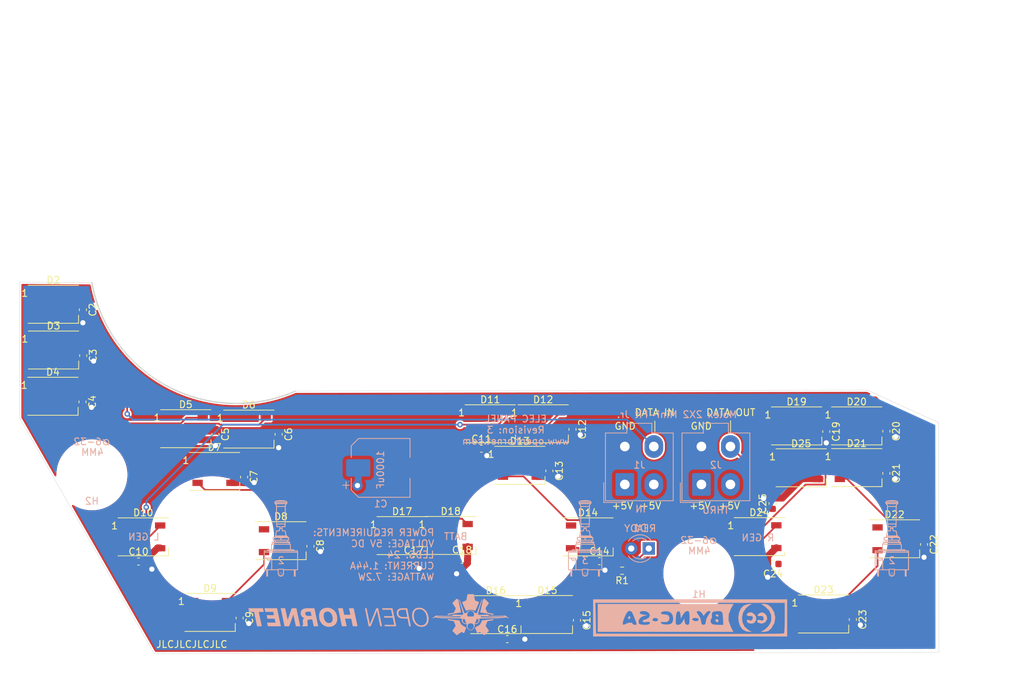
<source format=kicad_pcb>
(kicad_pcb (version 20211014) (generator pcbnew)
  (title_block (title "ELEC PANEL") (date "2023-02-10") (rev "3"))
  (layers (0 "F.Cu" signal) (31 "B.Cu" signal) (34 "B.Paste" user) (35 "F.Paste" user) (36 "B.SilkS" user "B.Silkscreen") (37 "F.SilkS" user "F.Silkscreen") (38 "B.Mask" user) (39 "F.Mask" user) (44 "Edge.Cuts" user))
  (net 0 "")
  (net 1 "/LEDGND")
  (net 2 "/LED+5V")
  (net 3 "Net-(D1-Pad1)")
  (net 4 "Net-(D2-Pad2)")
  (net 5 "/DATAIN")
  (net 6 "Net-(D3-Pad2)")
  (net 7 "Net-(D4-Pad2)")
  (net 8 "Net-(D5-Pad2)")
  (net 9 "Net-(D6-Pad2)")
  (net 10 "Net-(D7-Pad2)")
  (net 11 "Net-(D8-Pad2)")
  (net 12 "Net-(D10-Pad4)")
  (net 13 "Net-(D10-Pad2)")
  (net 14 "Net-(D11-Pad2)")
  (net 15 "Net-(D12-Pad2)")
  (net 16 "/DATAOUT1")
  (net 17 "Net-(D14-Pad2)")
  (net 18 "Net-(D15-Pad2)")
  (net 19 "Net-(D16-Pad2)")
  (net 20 "Net-(D17-Pad2)")
  (net 21 "Net-(D18-Pad2)")
  (net 22 "Net-(D19-Pad2)")
  (net 23 "Net-(D20-Pad2)")
  (net 24 "Net-(D21-Pad2)")
  (net 25 "Net-(D22-Pad2)")
  (net 26 "Net-(D23-Pad2)")
  (net 27 "Net-(D24-Pad2)")
  (net 28 "/DATAOUT")
  (footprint "OH_Footprints:LED_WS2812B_PLCC4_5.0x5.0mm_P3.2mm" (layer "F.Cu") (at 34.8234 101.067)
    (fp_text reference "D2")
    (fp_text value "WS2812B")
  )
  (footprint "OH_Footprints:LED_WS2812B_PLCC4_5.0x5.0mm_P3.2mm" (layer "F.Cu") (at 34.8488 107.696)
    (fp_text reference "D3")
    (fp_text value "WS2812B")
  )
  (footprint "OH_Footprints:LED_WS2812B_PLCC4_5.0x5.0mm_P3.2mm" (layer "F.Cu") (at 34.761 114.402)
    (fp_text reference "D4")
    (fp_text value "WS2812B")
  )
  (footprint "OH_Footprints:LED_WS2812B_PLCC4_5.0x5.0mm_P3.2mm" (layer "F.Cu") (at 54.0004 119.101)
    (fp_text reference "D5")
    (fp_text value "WS2812B")
  )
  (footprint "OH_Footprints:LED_WS2812B_PLCC4_5.0x5.0mm_P3.2mm" (layer "F.Cu") (at 63.1306 119.151)
    (fp_text reference "D6")
    (fp_text value "WS2812B")
  )
  (footprint "OH_Footprints:LED_WS2812B_PLCC4_5.0x5.0mm_P3.2mm" (layer "F.Cu") (at 58.166 125.298)
    (fp_text reference "D7")
    (fp_text value "WS2812B")
  )
  (footprint "OH_Footprints:LED_WS2812B_PLCC4_5.0x5.0mm_P3.2mm" (layer "F.Cu") (at 67.781 135.331)
    (fp_text reference "D8")
    (fp_text value "WS2812B")
  )
  (footprint "OH_Footprints:LED_WS2812B_PLCC4_5.0x5.0mm_P3.2mm" (layer "F.Cu") (at 57.5194 145.72)
    (fp_text reference "D9")
    (fp_text value "WS2812B")
  )
  (footprint "OH_Footprints:LED_WS2812B_PLCC4_5.0x5.0mm_P3.2mm" (layer "F.Cu") (at 47.842 134.772)
    (fp_text reference "D10")
    (fp_text value "WS2812B")
  )
  (footprint "OH_Footprints:LED_WS2812B_PLCC4_5.0x5.0mm_P3.2mm" (layer "F.Cu") (at 98.0948 118.389)
    (fp_text reference "D11")
    (fp_text value "WS2812B")
  )
  (footprint "OH_Footprints:LED_WS2812B_PLCC4_5.0x5.0mm_P3.2mm" (layer "F.Cu") (at 105.754 118.389)
    (fp_text reference "D12")
    (fp_text value "WS2812B")
  )
  (footprint "OH_Footprints:LED_WS2812B_PLCC4_5.0x5.0mm_P3.2mm" (layer "F.Cu") (at 102.376 124.409)
    (fp_text reference "D13")
    (fp_text value "WS2812B")
  )
  (footprint "OH_Footprints:LED_WS2812B_PLCC4_5.0x5.0mm_P3.2mm" (layer "F.Cu") (at 112.243 134.772)
    (fp_text reference "D14")
    (fp_text value "WS2812B")
  )
  (footprint "OH_Footprints:LED_WS2812B_PLCC4_5.0x5.0mm_P3.2mm" (layer "F.Cu") (at 106.364 146.024)
    (fp_text reference "D15")
    (fp_text value "WS2812B")
  )
  (footprint "OH_Footprints:LED_WS2812B_PLCC4_5.0x5.0mm_P3.2mm" (layer "F.Cu") (at 98.8938 146.05)
    (fp_text reference "D16")
    (fp_text value "WS2812B")
  )
  (footprint "OH_Footprints:LED_WS2812B_PLCC4_5.0x5.0mm_P3.2mm" (layer "F.Cu") (at 85.3302 134.594)
    (fp_text reference "D17")
    (fp_text value "WS2812B")
  )
  (footprint "OH_Footprints:LED_WS2812B_PLCC4_5.0x5.0mm_P3.2mm" (layer "F.Cu") (at 92.3682 134.569)
    (fp_text reference "D18")
    (fp_text value "WS2812B")
  )
  (footprint "OH_Footprints:LED_WS2812B_PLCC4_5.0x5.0mm_P3.2mm" (layer "F.Cu") (at 142.455 118.694)
    (fp_text reference "D19")
    (fp_text value "WS2812B")
  )
  (footprint "OH_Footprints:LED_WS2812B_PLCC4_5.0x5.0mm_P3.2mm" (layer "F.Cu") (at 151.155 118.694)
    (fp_text reference "D20")
    (fp_text value "WS2812B")
  )
  (footprint "OH_Footprints:LED_WS2812B_PLCC4_5.0x5.0mm_P3.2mm" (layer "F.Cu") (at 151.167 124.739)
    (fp_text reference "D21")
    (fp_text value "WS2812B")
  )
  (footprint "OH_Footprints:LED_WS2812B_PLCC4_5.0x5.0mm_P3.2mm" (layer "F.Cu") (at 156.63 135.052)
    (fp_text reference "D22")
    (fp_text value "WS2812B")
  )
  (footprint "OH_Footprints:LED_WS2812B_PLCC4_5.0x5.0mm_P3.2mm" (layer "F.Cu") (at 146.355 145.948)
    (fp_text reference "D23")
    (fp_text value "WS2812B")
  )
  (footprint "OH_Footprints:LED_WS2812B_PLCC4_5.0x5.0mm_P3.2mm" (layer "F.Cu") (at 137.072 134.747)
    (fp_text reference "D24")
    (fp_text value "WS2812B")
  )
  (footprint "OH_Footprints:LED_WS2812B_PLCC4_5.0x5.0mm_P3.2mm" (layer "F.Cu") (at 143.117 124.765)
    (fp_text reference "D25")
    (fp_text value "WS2812B")
  )
  (footprint "OH_Footprints:R_0603_1608Metric" (layer "F.Cu") (at 117.19 139.68 180)
    (fp_text reference "R1")
    (fp_text value "R")
  )
  (footprint "OH_Footprints:C_0603_1608Metric" (layer "F.Cu") (at 39.1 101.862 -90)
    (fp_text reference "C2")
    (fp_text value "C")
  )
  (footprint "OH_Footprints:C_0603_1608Metric" (layer "F.Cu") (at 39.15 108.512 -90)
    (fp_text reference "C3")
    (fp_text value "C")
  )
  (footprint "OH_Footprints:C_0603_1608Metric" (layer "F.Cu") (at 39.05 115.212 -90)
    (fp_text reference "C4")
    (fp_text value "C")
  )
  (footprint "OH_Footprints:C_0603_1608Metric" (layer "F.Cu") (at 58.3 119.912 -90)
    (fp_text reference "C5")
    (fp_text value "C")
  )
  (footprint "OH_Footprints:C_0603_1608Metric" (layer "F.Cu") (at 67.45 119.912 -90)
    (fp_text reference "C6")
    (fp_text value "C")
  )
  (footprint "OH_Footprints:C_0603_1608Metric" (layer "F.Cu") (at 62.45 126.112 -90)
    (fp_text reference "C7")
    (fp_text value "C")
  )
  (footprint "OH_Footprints:C_0603_1608Metric" (layer "F.Cu") (at 72.05 136.138 -90)
    (fp_text reference "C8")
    (fp_text value "C")
  )
  (footprint "OH_Footprints:C_0603_1608Metric" (layer "F.Cu") (at 61.8 146.538 -90)
    (fp_text reference "C9")
    (fp_text value "C")
  )
  (footprint "OH_Footprints:C_0603_1608Metric" (layer "F.Cu") (at 47.1625 138.35)
    (fp_text reference "C10")
    (fp_text value "C")
  )
  (footprint "OH_Footprints:C_0603_1608Metric" (layer "F.Cu") (at 96.8125 122)
    (fp_text reference "C11")
    (fp_text value "C")
  )
  (footprint "OH_Footprints:C_0603_1608Metric" (layer "F.Cu") (at 110 119.188 -90)
    (fp_text reference "C12")
    (fp_text value "C")
  )
  (footprint "OH_Footprints:C_0603_1608Metric" (layer "F.Cu") (at 106.65 125.212 -90)
    (fp_text reference "C13")
    (fp_text value "C")
  )
  (footprint "OH_Footprints:C_0603_1608Metric" (layer "F.Cu") (at 113.9 138.3)
    (fp_text reference "C14")
    (fp_text value "C")
  )
  (footprint "OH_Footprints:C_0603_1608Metric" (layer "F.Cu") (at 110.65 146.862 -90)
    (fp_text reference "C15")
    (fp_text value "C")
  )
  (footprint "OH_Footprints:C_0603_1608Metric" (layer "F.Cu") (at 87.0125 138.15)
    (fp_text reference "C17")
    (fp_text value "C")
  )
  (footprint "OH_Footprints:C_0603_1608Metric" (layer "F.Cu") (at 94.0125 138.1)
    (fp_text reference "C18")
    (fp_text value "C")
  )
  (footprint "OH_Footprints:C_0603_1608Metric" (layer "F.Cu") (at 146.75 119.512 -90)
    (fp_text reference "C19")
    (fp_text value "C")
  )
  (footprint "OH_Footprints:C_0603_1608Metric" (layer "F.Cu") (at 100.562 149.6)
    (fp_text reference "C16")
    (fp_text value "C")
  )
  (footprint "OH_Footprints:C_0603_1608Metric" (layer "F.Cu") (at 155.45 119.462 -90)
    (fp_text reference "C20")
    (fp_text value "C")
  )
  (footprint "OH_Footprints:C_0603_1608Metric" (layer "F.Cu") (at 155.45 125.562 -90)
    (fp_text reference "C21")
    (fp_text value "C")
  )
  (footprint "OH_Footprints:C_0603_1608Metric" (layer "F.Cu") (at 160.91 135.87 -90)
    (fp_text reference "C22")
    (fp_text value "C")
  )
  (footprint "OH_Footprints:C_0603_1608Metric" (layer "F.Cu") (at 150.6 146.752 -90)
    (fp_text reference "C23")
    (fp_text value "C")
  )
  (footprint "OH_Footprints:C_0603_1608Metric" (layer "F.Cu") (at 139.0575 138.7 180)
    (fp_text reference "C24")
    (fp_text value "C")
  )
  (footprint "OH_Footprints:C_0603_1608Metric" (layer "F.Cu") (at 138.98 129.94 90)
    (fp_text reference "C25")
    (fp_text value "C")
  )
  (footprint "OH_Backlighting:SxAL_Toggle_13x13mm" (layer "F.Cu") (at 146.7104 134.7978)
    (fp_text reference "3" hide)
    (fp_text value "SxAL_Toggle_13x13mm" hide)
  )
  (footprint "OH_Backlighting:SxAL_Toggle_13x13mm" (layer "F.Cu") (at 102.2604 134.7978)
    (fp_text reference "2" hide)
    (fp_text value "SxAL_Toggle_13x13mm" hide)
  )
  (footprint "OH_Backlighting:SxAL_Toggle_13x13mm" (layer "F.Cu") (at 57.8104 134.979916)
    (fp_text reference "1" hide)
    (fp_text value "SxAL_Toggle_13x13mm" hide)
  )
  (footprint "OH_Backlighting:OH_Panel_6-32_PHS" (layer "F.Cu") (at 128.2954 140.0683)
    (fp_text reference "4" hide)
    (fp_text value "OH_Panel_Fastner_Keepout" hide)
  )
  (footprint "OH_Backlighting:OH_Panel_6-32_PHS" (layer "F.Cu") (at 40.4114 125.7808)
    (fp_text reference "5" hide)
    (fp_text value "OH_Panel_Fastner_Keepout" hide)
  )
  (footprint "Kicad Footprint Files:S2ALToggle" (layer "B.Cu") (at 67.9196 135.128 180)
    (fp_text reference "G1" hide)
    (fp_text value "LOGO" hide)
  )
  (footprint "Kicad Footprint Files:S2ALToggle" (layer "B.Cu") (at 156.3878 135.128 180)
    (fp_text reference "G3" hide)
    (fp_text value "LOGO" hide)
  )
  (footprint "Kicad Footprint Files:S3ALToggle" (layer "B.Cu") (at 111.9632 135.128 180)
    (fp_text reference "G2" hide)
    (fp_text value "LOGO" hide)
  )
  (footprint "OH_Footprints:CP_Elec_8x10" (layer "B.Cu") (at 82.22 124.78)
    (fp_text reference "C1")
    (fp_text value "C_Polarized")
  )
  (footprint "OH_Footprints:LED_D3.0mm" (layer "B.Cu") (at 121.05 136.46 180)
    (fp_text reference "D1")
    (fp_text value "LED")
  )
  (footprint "OH_Footprints:Molex_Mini-Fit_Jr_5566-04A_2x02_P4.20mm_Vertical" (layer "B.Cu") (at 117.58 127.18)
    (fp_text reference "J1")
    (fp_text value "Conn_01x04_Female")
  )
  (footprint "OH_Footprints:Molex_Mini-Fit_Jr_5566-04A_2x02_P4.20mm_Vertical" (layer "B.Cu") (at 128.67 127.18)
    (fp_text reference "J2")
    (fp_text value "Conn_01x04_Female")
  )
  (footprint "OH_General:CC-BY-NC-SA-Small" (layer "B.Cu") (at 127.12 146.52 180)
    (fp_text reference "G5" hide)
    (fp_text value "LOGO" hide)
  )
  (footprint "OH_General:OH_LOGO_37.7mm_5.9mm" (layer "B.Cu") (at 81.92 146.05 180)
    (fp_text reference "G4" hide)
    (fp_text value "LOGO" hide)
  )
  (gr_line (start 132.9 119.6) (end 132.9 117.95) (layer "F.SilkS") (width 0.12))
  (gr_line (start 121.925 118) (end 121.925 119.55) (layer "F.SilkS") (width 0.12))
  (gr_arc (start 69.85081 113.666856) (mid 51.321601 112.936801) (end 40.4114 97.9424) (layer "Edge.Cuts") (width 0.2))
  (gr_line (start 163.068 151.511) (end 163.0426 118.237) (layer "Edge.Cuts") (width 0.05))
  (gr_line (start 49.4284 151.6888) (end 163.068 151.511) (layer "Edge.Cuts") (width 0.05))
  (gr_line (start 29.9466 117.5512) (end 49.4284 151.6888) (layer "Edge.Cuts") (width 0.05))
  (gr_line (start 152.7048 113.5126) (end 69.85081 113.666856) (layer "Edge.Cuts") (width 0.05))
  (gr_line (start 29.9466 97.8662) (end 40.4114 97.9424) (layer "Edge.Cuts") (width 0.05))
  (gr_line (start 163.0426 118.237) (end 152.7048 113.5126) (layer "Edge.Cuts") (width 0.05))
  (gr_line (start 29.9466 97.8662) (end 29.9466 117.5512) (layer "Edge.Cuts") (width 0.05))
  (gr_text "L GEN" (at 47.9298 134.7724) (layer "B.SilkS") (effects (font (size 1 1)) (justify mirror)))
  (gr_text "R GEN" (at 136.8552 134.8994) (layer "B.SilkS") (effects (font (size 1 1)) (justify mirror)))
  (gr_text "Molex 2X2 Mini-Fit Jr." (at 125.13 117.04) (layer "B.SilkS") (effects (font (size 1 1)) (justify mirror)))
  (gr_text "1000uF" (at 82.2 125.08 90) (layer "B.SilkS") (effects (font (size 1 1)) (justify mirror)))
  (gr_text "ELEC PANEL\nRevision: 3\nwww.openhornet.com" (at 101.7778 119.2784) (layer "B.SilkS") (effects (font (size 1 1)) (justify mirror)))
  (gr_text "THRU" (at 130.75 130.91) (layer "B.SilkS") (effects (font (size 1 1)) (justify mirror)))
  (gr_text "READY" (at 119.8 133.55) (layer "B.SilkS") (effects (font (size 1 1)) (justify mirror)))
  (gr_text "POWER REQUIREMENTS:\nVOLTAGE: 5V DC\nLEDS: 24\nCURRENT: 1.44A\nWATTAGE: 7.2W" (at 90.07 137.37) (layer "B.SilkS") (effects (font (size 1 1)) (justify left mirror)))
  (gr_text "BATT" (at 93.091 134.7216) (layer "B.SilkS") (effects (font (size 1 1)) (justify mirror)))
  (gr_text "IN" (at 119.87 130.73) (layer "B.SilkS") (effects (font (size 1 1)) (justify mirror)))
  (gr_text "+5V" (at 132.725 130.275) (layer "F.SilkS") (effects (font (size 1 1))))
  (gr_text "GND" (at 128.65 118.725) (layer "F.SilkS") (effects (font (size 1 1))))
  (gr_text "DATA OUT" (at 132.925 116.75) (layer "F.SilkS") (effects (font (size 1 1))))
  (gr_text "DATA IN" (at 121.9 116.75) (layer "F.SilkS") (effects (font (size 1 1))))
  (gr_text "+5V" (at 128.475 130.275) (layer "F.SilkS") (effects (font (size 1 1))))
  (gr_text "JLCJLCJLCJLC" (at 54.875 150.35) (layer "F.SilkS") (effects (font (size 1 1))))
  (gr_text "+5V" (at 121.325 130.275) (layer "F.SilkS") (effects (font (size 1 1))))
  (gr_text "+5V" (at 117.25 130.275) (layer "F.SilkS") (effects (font (size 1 1))))
  (gr_text "GND" (at 117.625 118.725) (layer "F.SilkS") (effects (font (size 1 1))))
  (segment (start 49.09 139.45) (end 49.09 139.45) (width 1) (layer "F.Cu") (net 1))
  (segment (start 138.27 140.62) (end 138.27 140.62) (width 1) (layer "F.Cu") (net 1))
  (segment (start 93.22 140.12) (end 93.255 140.12) (width 1) (layer "F.Cu") (net 1))
  (segment (start 103.1 149.6) (end 103.1 149.6) (width 1) (layer "F.Cu") (net 1))
  (segment (start 145.567 126.365) (end 145.795 126.365) (width 1) (layer "F.Cu") (net 1))
  (segment (start 116.402 139.68) (end 114.78 139.68) (width 1) (layer "F.Cu") (net 1))
  (segment (start 61.795 147.32) (end 61.8 147.325) (width 1) (layer "F.Cu") (net 1))
  (segment (start 150.6 147.54) (end 151.145 147.535) (width 1) (layer "F.Cu") (net 1))
  (segment (start 50.292 136.372) (end 49.928 136.372) (width 1) (layer "F.Cu") (net 1))
  (segment (start 39.05 116) (end 40.35 116) (width 1) (layer "F.Cu") (net 1))
  (segment (start 160.907 136.655) (end 160.91 136.658) (width 1) (layer "F.Cu") (net 1))
  (segment (start 39.1 102.65) (end 39.1 103.75) (width 1) (layer "F.Cu") (net 1))
  (segment (start 37.211 116.002) (end 39.048 116.002) (width 1) (layer "F.Cu") (net 1))
  (segment (start 114.693 138.294) (end 114.6905 138.297) (width 1) (layer "F.Cu") (net 1))
  (segment (start 100.5448 119.989) (end 100.545 119.989) (width 1) (layer "F.Cu") (net 1))
  (segment (start 99.461 119.989) (end 100.5448 119.989) (width 1) (layer "F.Cu") (net 1))
  (segment (start 155.4445 126.3445) (end 155.445 126.3445) (width 1) (layer "F.Cu") (net 1))
  (segment (start 160.91 136.658) (end 160.91 137.73) (width 1) (layer "F.Cu") (net 1))
  (segment (start 109.986 119.989) (end 109.993 119.982) (width 1) (layer "F.Cu") (net 1))
  (segment (start 104.826 126.009) (end 106.641 126.009) (width 1) (layer "F.Cu") (net 1))
  (segment (start 146.747 120.297) (end 146.7475 120.297) (width 1) (layer "F.Cu") (net 1))
  (segment (start 110.65 147.65) (end 111.95 147.65) (width 1) (layer "F.Cu") (net 1))
  (segment (start 97.6 122) (end 97.6 121.85) (width 1) (layer "F.Cu") (net 1))
  (segment (start 87.8 138.15) (end 87.8 139.35) (width 1) (layer "F.Cu") (net 1))
  (segment (start 62.45 126.9) (end 63.9 126.9) (width 1) (layer "F.Cu") (net 1))
  (segment (start 65.5806 120.751) (end 67.399 120.751) (width 1) (layer "F.Cu") (net 1))
  (segment (start 109.993 119.982) (end 110 119.975) (width 1) (layer "F.Cu") (net 1))
  (segment (start 101.344 148.337) (end 101.344 149.594) (width 1) (layer "F.Cu") (net 1))
  (segment (start 150.6045 147.535) (end 150.6 147.5395) (width 1) (layer "F.Cu") (net 1))
  (segment (start 72.044 136.931) (end 72.047 136.928) (width 1) (layer "F.Cu") (net 1))
  (segment (start 73.5 136.9) (end 73.475 136.925) (width 1) (layer "F.Cu") (net 1))
  (segment (start 101.344 148.337) (end 101.3438 148.3368) (width 1) (layer "F.Cu") (net 1))
  (segment (start 160.907 136.655) (end 160.9075 136.655) (width 1) (layer "F.Cu") (net 1))
  (segment (start 39.1485 109.298) (end 39.15 109.2995) (width 1) (layer "F.Cu") (net 1))
  (segment (start 109.993 119.982) (end 109.9935 119.982) (width 1) (layer "F.Cu") (net 1))
  (segment (start 67.45 120.7) (end 67.45 121.85) (width 1) (layer "F.Cu") (net 1))
  (segment (start 94.8182 136.169) (end 94.8182 138.082) (width 1) (layer "F.Cu") (net 1))
  (segment (start 110 119.975) (end 111.125 119.975) (width 1) (layer "F.Cu") (net 1))
  (segment (start 146.747 120.297) (end 146.75 120.3) (width 1) (layer "F.Cu") (net 1))
  (segment (start 148.805 147.548) (end 150.592 147.548) (width 1) (layer "F.Cu") (net 1))
  (segment (start 106.641 126.009) (end 106.65 126) (width 1) (layer "F.Cu") (net 1))
  (segment (start 62.448 126.898) (end 62.449 126.899) (width 1) (layer "F.Cu") (net 1))
  (segment (start 39.146 109.296) (end 39.148 109.298) (width 1) (layer "F.Cu") (net 1))
  (segment (start 62.4495 126.899) (end 62.45 126.8995) (width 1) (layer "F.Cu") (net 1))
  (segment (start 139.522 136.347) (end 138.27 137.599) (width 1) (layer "F.Cu") (net 1))
  (segment (start 114.6905 138.297) (end 114.6875 138.3) (width 1) (layer "F.Cu") (net 1))
  (segment (start 145.816991 126.343009) (end 143.198993 126.343009) (width 1) (layer "F.Cu") (net 1))
  (segment (start 106.65 126) (end 106.65 125.9995) (width 1) (layer "F.Cu") (net 1))
  (segment (start 47.95 138.35) (end 47.99 138.35) (width 1) (layer "F.Cu") (net 1))
  (segment (start 94.8 138.575) (end 93.22 140.12) (width 1) (layer "F.Cu") (net 1))
  (segment (start 101.344 147.65) (end 101.344 148.337) (width 1) (layer "F.Cu") (net 1))
  (segment (start 62.449 126.899) (end 62.4495 126.899) (width 1) (layer "F.Cu") (net 1))
  (segment (start 94.8 138.1) (end 94.8 138.575) (width 1) (layer "F.Cu") (net 1))
  (segment (start 39.148 109.298) (end 39.15 109.3) (width 1) (layer "F.Cu") (net 1))
  (segment (start 138.27 137.599) (end 138.27 138.7) (width 1) (layer "F.Cu") (net 1))
  (segment (start 39.148 109.298) (end 39.1485 109.298) (width 1) (layer "F.Cu") (net 1))
  (segment (start 151.145 147.535) (end 151.69 147.53) (width 1) (layer "F.Cu") (net 1))
  (segment (start 97.6 121.85) (end 99.461 119.989) (width 1) (layer "F.Cu") (net 1))
  (segment (start 108.204 119.989) (end 109.986 119.989) (width 1) (layer "F.Cu") (net 1))
  (segment (start 114.78 139.68) (end 114.7 139.6) (width 1) (layer "F.Cu") (net 1))
  (segment (start 114.7 139.6) (end 114.688 139.588) (width 1) (layer "F.Cu") (net 1))
  (segment (start 101.3495 149.6) (end 103.1 149.6) (width 1) (layer "F.Cu") (net 1))
  (segment (start 62.449 126.899) (end 62.45 126.9) (width 1) (layer "F.Cu") (net 1))
  (segment (start 151.145 147.535) (end 150.6045 147.535) (width 1) (layer "F.Cu") (net 1))
  (segment (start 110.6498 147.6497) (end 110.65 147.65) (width 1) (layer "F.Cu") (net 1))
  (segment (start 112 147.65) (end 111.95 147.65) (width 1) (layer "F.Cu") (net 1))
  (segment (start 160.9075 136.655) (end 160.91 136.6575) (width 1) (layer "F.Cu") (net 1))
  (segment (start 39.048 116.002) (end 39.05 116) (width 1) (layer "F.Cu") (net 1))
  (segment (start 101.3438 148.3368) (end 101.3438 147.65) (width 1) (layer "F.Cu") (net 1))
  (segment (start 97.6 122) (end 97.6 123) (width 1) (layer "F.Cu") (net 1))
  (segment (start 72.0475 136.928) (end 72.05 136.9255) (width 1) (layer "F.Cu") (net 1))
  (segment (start 72.047 136.928) (end 72.0475 136.928) (width 1) (layer "F.Cu") (net 1))
  (segment (start 58.299 120.701) (end 58.3 120.7) (width 1) (layer "F.Cu") (net 1))
  (segment (start 37.2734 102.667) (end 39.083 102.667) (width 1) (layer "F.Cu") (net 1))
  (segment (start 49.928 136.372) (end 47.95 138.35) (width 1) (layer "F.Cu") (net 1))
  (segment (start 155.445 126.3445) (end 155.45 126.3495) (width 1) (layer "F.Cu") (net 1))
  (segment (start 151.69 147.53) (end 151.68 147.54) (width 1) (layer "F.Cu") (net 1))
  (segment (start 155.439 126.339) (end 155.4445 126.3445) (width 1) (layer "F.Cu") (net 1))
  (segment (start 87.7802 136.194) (end 87.7802 138.13) (width 1) (layer "F.Cu") (net 1))
  (segment (start 159.08 136.652) (end 160.904 136.652) (width 1) (layer "F.Cu") (net 1))
  (segment (start 56.4504 120.701) (end 58.299 120.701) (width 1) (layer "F.Cu") (net 1))
  (segment (start 67.45 120.7) (end 67.45 120.6995) (width 1) (layer "F.Cu") (net 1))
  (segment (start 67.399 120.751) (end 67.45 120.7) (width 1) (layer "F.Cu") (net 1))
  (segment (start 110.65 147.6495) (end 110.6498 147.6497) (width 1) (layer "F.Cu") (net 1))
  (segment (start 114.693 136.372) (end 114.693 138.294) (width 1) (layer "F.Cu") (net 1))
  (segment (start 160.904 136.652) (end 160.907 136.655) (width 1) (layer "F.Cu") (net 1))
  (segment (start 114.688 138.3) (end 114.7 139.6) (width 1) (layer "F.Cu") (net 1))
  (segment (start 101.3495 149.5995) (end 101.35 149.6) (width 1) (layer "F.Cu") (net 1))
  (segment (start 155.45 120.25) (end 155.45 120.2495) (width 1) (layer "F.Cu") (net 1))
  (segment (start 153.605 120.294) (end 155.406 120.294) (width 1) (layer "F.Cu") (net 1))
  (segment (start 97.6 123) (end 97.6 123.05) (width 1) (layer "F.Cu") (net 1))
  (segment (start 39.05 116) (end 39.05 115.9995) (width 1) (layer "F.Cu") (net 1))
  (segment (start 143.198993 126.343009) (end 140.389502 129.1525) (width 1) (layer "F.Cu") (net 1))
  (segment (start 140.389502 129.1525) (end 138.98 129.1525) (width 1) (layer "F.Cu") (net 1))
  (segment (start 101.3495 149.5995) (end 101.3495 149.6) (width 1) (layer "F.Cu") (net 1))
  (segment (start 146.75 120.3) (end 146.75 121.15) (width 1) (layer "F.Cu") (net 1))
  (segment (start 139.0005 129.188) (end 139 129.188) (width 1) (layer "F.Cu") (net 1))
  (segment (start 145.795 126.365) (end 145.816991 126.343009) (width 1) (layer "F.Cu") (net 1))
  (segment (start 39.083 102.667) (end 39.1 102.65) (width 1) (layer "F.Cu") (net 1))
  (segment (start 109.9935 119.982) (end 110 119.9755) (width 1) (layer "F.Cu") (net 1))
  (segment (start 94.8182 138.082) (end 94.8 138.1) (width 1) (layer "F.Cu") (net 1))
  (segment (start 59.9694 147.32) (end 61.795 147.32) (width 1) (layer "F.Cu") (net 1))
  (segment (start 155.45 126.35) (end 156.75 126.35) (width 1) (layer "F.Cu") (net 1))
  (segment (start 108.814 147.624) (end 110.624 147.624) (width 1) (layer "F.Cu") (net 1))
  (segment (start 146.7475 120.297) (end 146.75 120.2995) (width 1) (layer "F.Cu") (net 1))
  (segment (start 116.402 139.68) (end 116.4025 139.68) (width 1) (layer "F.Cu") (net 1))
  (segment (start 139.0005 129.188) (end 139 129.1875) (width 1) (layer "F.Cu") (net 1))
  (segment (start 150.592 147.548) (end 150.6 147.54) (width 1) (layer "F.Cu") (net 1))
  (segment (start 139 129.188) (end 137.66 129.21) (width 1) (layer "F.Cu") (net 1))
  (segment (start 58.3 120.7) (end 58.3 120.6995) (width 1) (layer "F.Cu") (net 1))
  (segment (start 58.3 120.7) (end 58.3 121.55) (width 1) (layer "F.Cu") (net 1))
  (segment (start 106.65 126) (end 107.95 126) (width 1) (layer "F.Cu") (net 1))
  (segment (start 114.6905 138.297) (end 114.688 138.3) (width 1) (layer "F.Cu") (net 1))
  (segment (start 39.1 102.65) (end 39.1 102.6495) (width 1) (layer "F.Cu") (net 1))
  (segment (start 144.905 120.294) (end 146.744 120.294) (width 1) (layer "F.Cu") (net 1))
  (segment (start 110.624 147.624) (end 110.6498 147.6497) (width 1) (layer "F.Cu") (net 1))
  (segment (start 70.231 136.931) (end 72.044 136.931) (width 1) (layer "F.Cu") (net 1))
  (segment (start 101.344 149.594) (end 101.3495 149.5995) (width 1) (layer "F.Cu") (net 1))
  (segment (start 146.744 120.294) (end 146.747 120.297) (width 1) (layer "F.Cu") (net 1))
  (segment (start 155.4445 126.3445) (end 155.45 126.35) (width 1) (layer "F.Cu") (net 1))
  (segment (start 155.45 120.25) (end 156.8 120.25) (width 1) (layer "F.Cu") (net 1))
  (segment (start 155.406 120.294) (end 155.45 120.25) (width 1) (layer "F.Cu") (net 1))
  (segment (start 61.8 147.325) (end 63.125 147.325) (width 1) (layer "F.Cu") (net 1))
  (segment (start 61.8 147.325) (end 61.8 147.3255) (width 1) (layer "F.Cu") (net 1))
  (segment (start 47.99 138.35) (end 49.09 139.45) (width 1) (layer "F.Cu") (net 1))
  (segment (start 72.05 136.925) (end 73.5 136.9) (width 1) (layer "F.Cu") (net 1))
  (segment (start 39.15 109.3) (end 40.65 109.3) (width 1) (layer "F.Cu") (net 1))
  (segment (start 37.2988 109.296) (end 39.146 109.296) (width 1) (layer "F.Cu") (net 1))
  (segment (start 87.7802 138.13) (end 87.8 138.15) (width 1) (layer "F.Cu") (net 1))
  (segment (start 60.616 126.898) (end 62.448 126.898) (width 1) (layer "F.Cu") (net 1))
  (segment (start 153.617 126.339) (end 155.439 126.339) (width 1) (layer "F.Cu") (net 1))
  (segment (start 72.047 136.928) (end 72.05 136.925) (width 1) (layer "F.Cu") (net 1))
  (segment (start 138.27 138.7) (end 138.27 140.62) (width 1) (layer "F.Cu") (net 1))
  (via (at 97.6 123) (size 1.5) (drill 0.75) (layers "F.Cu" "B.Cu") (net 1))
  (via (at 63.9 126.9) (size 1.5) (drill 0.75) (layers "F.Cu" "B.Cu") (net 1))
  (via (at 103.1 149.6) (size 1.5) (drill 0.75) (layers "F.Cu" "B.Cu") (net 1))
  (via (at 87.8 139.35) (size 1.5) (drill 0.75) (layers "F.Cu" "B.Cu") (net 1))
  (via (at 112 147.65) (size 1.5) (drill 0.75) (layers "F.Cu" "B.Cu") (net 1))
  (via (at 73.5 136.9) (size 1.5) (drill 0.75) (layers "F.Cu" "B.Cu") (net 1))
  (via (at 151.69 147.53) (size 1.5) (drill 0.75) (layers "F.Cu" "B.Cu") (net 1))
  (via (at 49.09 139.45) (size 1.5) (drill 0.75) (layers "F.Cu" "B.Cu") (net 1))
  (via (at 39.1 103.75) (size 1.5) (drill 0.75) (layers "F.Cu" "B.Cu") (net 1))
  (via (at 137.66 129.21) (size 1.5) (drill 0.75) (layers "F.Cu" "B.Cu") (net 1))
  (via (at 107.95 126) (size 1.5) (drill 0.75) (layers "F.Cu" "B.Cu") (net 1))
  (via (at 40.35 116) (size 1.5) (drill 0.75) (layers "F.Cu" "B.Cu") (net 1))
  (via (at 146.75 121.15) (size 1.5) (drill 0.75) (layers "F.Cu" "B.Cu") (net 1))
  (via (at 93.22 140.12) (size 1.5) (drill 0.75) (layers "F.Cu" "B.Cu") (net 1))
  (via (at 114.7 139.6) (size 1.5) (drill 0.75) (layers "F.Cu" "B.Cu") (net 1))
  (via (at 111.125 119.975) (size 1.5) (drill 0.75) (layers "F.Cu" "B.Cu") (net 1))
  (via (at 67.45 121.85) (size 1.5) (drill 0.75) (layers "F.Cu" "B.Cu") (net 1))
  (via (at 160.91 137.73) (size 1.5) (drill 0.75) (layers "F.Cu" "B.Cu") (net 1))
  (via (at 58.3 121.55) (size 1.5) (drill 0.75) (layers "F.Cu" "B.Cu") (net 1))
  (via (at 63.125 147.325) (size 1.5) (drill 0.75) (layers "F.Cu" "B.Cu") (net 1))
  (via (at 156.75 126.35) (size 1.5) (drill 0.75) (layers "F.Cu" "B.Cu") (net 1))
  (via (at 40.65 109.3) (size 1.5) (drill 0.75) (layers "F.Cu" "B.Cu") (net 1))
  (via (at 138.27 140.62) (size 1.5) (drill 0.75) (layers "F.Cu" "B.Cu") (net 1))
  (via (at 156.8 120.25) (size 1.5) (drill 0.75) (layers "F.Cu" "B.Cu") (net 1))
  (via (at 78.8629 127.3336) (size 1.5) (drill 0.75) (layers "F.Cu" "B.Cu") (net 2))
  (segment (start 78.8629 127.3336) (end 78.97 127.2265) (width 1) (layer "B.Cu") (net 2))
  (segment (start 78.97 127.2265) (end 78.97 124.78) (width 1) (layer "B.Cu") (net 2))
  (segment (start 117.978 139.606) (end 117.978 139.532) (width 0.25) (layer "F.Cu") (net 3))
  (segment (start 117.978 139.532) (end 121.05 136.46) (width 0.25) (layer "F.Cu") (net 3))
  (segment (start 117.978 139.68) (end 117.978 139.606) (width 0.25) (layer "F.Cu") (net 3))
  (segment (start 117.9775 139.6065) (end 117.9775 139.68) (width 0.25) (layer "F.Cu") (net 3))
  (segment (start 117.978 139.606) (end 117.9775 139.6065) (width 0.25) (layer "F.Cu") (net 3))
  (segment (start 32.3734 102.667) (end 33.8698 102.667) (width 0.25) (layer "F.Cu") (net 4))
  (segment (start 33.8698 102.667) (end 37.2988 106.096) (width 0.25) (layer "F.Cu") (net 4))
  (segment (start 38.736494 99.467) (end 37.2734 99.467) (width 0.25) (layer "F.Cu") (net 5))
  (segment (start 45.52 109.9) (end 45.52 116.95) (width 0.25) (layer "F.Cu") (net 5))
  (segment (start 40.661123 101.391629) (end 38.736494 99.467) (width 0.25) (layer "F.Cu") (net 5))
  (segment (start 40.661123 105.041123) (end 40.661123 101.391629) (width 0.25) (layer "F.Cu") (net 5))
  (segment (start 40.661123 105.041123) (end 45.52 109.9) (width 0.25) (layer "F.Cu") (net 5))
  (via (at 45.52 116.95) (size 0.8) (drill 0.4) (layers "F.Cu" "B.Cu") (net 5))
  (segment (start 45.52 116.95) (end 45.51 116.93) (width 0.25) (layer "B.Cu") (net 5))
  (segment (start 117.88 117.78) (end 52.62 117.78) (width 0.25) (layer "B.Cu") (net 5))
  (segment (start 121.78 121.68) (end 117.88 117.78) (width 0.25) (layer "B.Cu") (net 5))
  (segment (start 46.36 117.78) (end 45.52 116.95) (width 0.25) (layer "B.Cu") (net 5))
  (segment (start 46.59 117.78) (end 46.36 117.78) (width 0.25) (layer "B.Cu") (net 5))
  (segment (start 52.62 117.78) (end 46.59 117.78) (width 0.25) (layer "B.Cu") (net 5))
  (segment (start 33.705 109.296) (end 37.211 112.802) (width 0.25) (layer "F.Cu") (net 6))
  (segment (start 32.3988 109.296) (end 33.705 109.296) (width 0.25) (layer "F.Cu") (net 6))
  (segment (start 34.635001 118.326001) (end 53.288989 118.326001) (width 0.25) (layer "F.Cu") (net 7))
  (segment (start 53.288989 118.326001) (end 54.11399 117.501) (width 0.25) (layer "F.Cu") (net 7))
  (segment (start 54.11399 117.501) (end 56.4504 117.501) (width 0.25) (layer "F.Cu") (net 7))
  (segment (start 32.311 116.002) (end 34.635001 118.326001) (width 0.25) (layer "F.Cu") (net 7))
  (segment (start 64.631347 118.500253) (end 58.919747 118.500253) (width 0.25) (layer "F.Cu") (net 8))
  (segment (start 65.5806 117.551) (end 64.631347 118.500253) (width 0.25) (layer "F.Cu") (net 8))
  (segment (start 53.88941 118.36199) (end 51.5504 120.701) (width 0.25) (layer "F.Cu") (net 8))
  (segment (start 58.919747 118.500253) (end 58.781484 118.36199) (width 0.25) (layer "F.Cu") (net 8))
  (segment (start 58.781484 118.36199) (end 53.88941 118.36199) (width 0.25) (layer "F.Cu") (net 8))
  (segment (start 60.6806 120.751) (end 60.6806 123.6334) (width 0.25) (layer "F.Cu") (net 9))
  (segment (start 60.6806 123.6334) (end 60.616 123.698) (width 0.25) (layer "F.Cu") (net 9))
  (segment (start 56.793001 127.975001) (end 64.475001 127.975001) (width 0.25) (layer "F.Cu") (net 10))
  (segment (start 64.475001 127.975001) (end 70.231 133.731) (width 0.25) (layer "F.Cu") (net 10))
  (segment (start 55.716 126.898) (end 56.793001 127.975001) (width 0.25) (layer "F.Cu") (net 10))
  (segment (start 65.331 138.7584) (end 65.331 136.931) (width 0.25) (layer "F.Cu") (net 11))
  (segment (start 59.9694 144.12) (end 65.331 138.7584) (width 0.25) (layer "F.Cu") (net 11))
  (segment (start 45.61249 138.86309) (end 45.61249 137.86751) (width 0.25) (layer "F.Cu") (net 12))
  (segment (start 50.292 133.188) (end 50.292 133.172) (width 0.25) (layer "F.Cu") (net 12))
  (segment (start 54.0694 147.32) (end 45.61249 138.86309) (width 0.25) (layer "F.Cu") (net 12))
  (segment (start 45.61249 137.86751) (end 50.292 133.188) (width 0.25) (layer "F.Cu") (net 12))
  (segment (start 55.0694 147.32) (end 54.0694 147.32) (width 0.25) (layer "F.Cu") (net 12))
  (segment (start 93.72 118.51) (end 93.75 118.48) (width 0.25) (layer "F.Cu") (net 13))
  (segment (start 45.392 136.372) (end 48.28 133.484) (width 0.25) (layer "F.Cu") (net 13))
  (segment (start 48.28 133.484) (end 48.28 130.48) (width 0.25) (layer "F.Cu") (net 13))
  (segment (start 99.29 118.48) (end 93.72 118.51) (width 0.25) (layer "F.Cu") (net 13))
  (segment (start 100.5448 116.789) (end 100.5448 117.2252) (width 0.25) (layer "F.Cu") (net 13))
  (segment (start 100.5448 117.2252) (end 99.29 118.48) (width 0.25) (layer "F.Cu") (net 13))
  (via (at 93.72 118.51) (size 0.8) (drill 0.4) (layers "F.Cu" "B.Cu") (net 13))
  (via (at 48.28 130.48) (size 0.8) (drill 0.4) (layers "F.Cu" "B.Cu") (net 13))
  (segment (start 48.28 129.593764) (end 48.28 130.48) (width 0.25) (layer "B.Cu") (net 13))
  (segment (start 59.363764 118.51) (end 48.28 129.593764) (width 0.25) (layer "B.Cu") (net 13))
  (segment (start 93.72 118.51) (end 61.32 118.51) (width 0.25) (layer "B.Cu") (net 13))
  (segment (start 61.32 118.51) (end 59.363764 118.51) (width 0.25) (layer "B.Cu") (net 13))
  (segment (start 106.054394 118.938606) (end 108.204 116.789) (width 0.25) (layer "F.Cu") (net 14))
  (segment (start 96.6448 119.989) (end 97.695194 118.938606) (width 0.25) (layer "F.Cu") (net 14))
  (segment (start 95.6448 119.989) (end 96.6448 119.989) (width 0.25) (layer "F.Cu") (net 14))
  (segment (start 97.695194 118.938606) (end 106.054394 118.938606) (width 0.25) (layer "F.Cu") (net 14))
  (segment (start 104.826 122.809) (end 104.826 121.511) (width 0.25) (layer "F.Cu") (net 15))
  (segment (start 104.826 121.511) (end 103.304 119.989) (width 0.25) (layer "F.Cu") (net 15))
  (segment (start 99.926 126.009) (end 102.9122 126.009) (width 0.25) (layer "F.Cu") (net 16))
  (segment (start 109.2499 132.3467) (end 112.7924 132.3467) (width 0.25) (layer "F.Cu") (net 16))
  (segment (start 114.693 133.172) (end 113.6177 133.172) (width 0.25) (layer "F.Cu") (net 16))
  (segment (start 112.7924 132.3467) (end 113.6177 133.172) (width 0.25) (layer "F.Cu") (net 16))
  (segment (start 102.9122 126.009) (end 109.2499 132.3467) (width 0.25) (layer "F.Cu") (net 16))
  (segment (start 110.8683 143.445) (end 109.8893 144.424) (width 0.25) (layer "F.Cu") (net 17))
  (segment (start 109.793 136.372) (end 110.8683 136.372) (width 0.25) (layer "F.Cu") (net 17))
  (segment (start 108.814 144.424) (end 109.8893 144.424) (width 0.25) (layer "F.Cu") (net 17))
  (segment (start 110.8683 136.372) (end 110.8683 143.445) (width 0.25) (layer "F.Cu") (net 17))
  (segment (start 101.3438 144.45) (end 101.3438 145.0538) (width 0.25) (layer "F.Cu") (net 18))
  (segment (start 101.3438 145.0538) (end 103.914 147.624) (width 0.25) (layer "F.Cu") (net 18))
  (segment (start 85.4117 134.2872) (end 86.7049 132.994) (width 0.25) (layer "F.Cu") (net 19))
  (segment (start 85.4117 138.6125) (end 85.4117 134.2872) (width 0.25) (layer "F.Cu") (net 19))
  (segment (start 96.4438 147.65) (end 94.4492 147.65) (width 0.25) (layer "F.Cu") (net 19))
  (segment (start 87.7802 132.994) (end 86.7049 132.994) (width 0.25) (layer "F.Cu") (net 19))
  (segment (start 94.4492 147.65) (end 85.4117 138.6125) (width 0.25) (layer "F.Cu") (net 19))
  (segment (start 83.8802 136.194) (end 84.961691 135.112509) (width 0.25) (layer "F.Cu") (net 20))
  (segment (start 82.8802 136.194) (end 83.8802 136.194) (width 0.25) (layer "F.Cu") (net 20))
  (segment (start 93.993199 132.143999) (end 94.8182 132.969) (width 0.25) (layer "F.Cu") (net 20))
  (segment (start 84.961691 133.977507) (end 86.795199 132.143999) (width 0.25) (layer "F.Cu") (net 20))
  (segment (start 86.795199 132.143999) (end 93.993199 132.143999) (width 0.25) (layer "F.Cu") (net 20))
  (segment (start 84.961691 135.112509) (end 84.961691 133.977507) (width 0.25) (layer "F.Cu") (net 20))
  (segment (start 156.004999 150.675001) (end 162.38 144.3) (width 0.25) (layer "F.Cu") (net 21))
  (segment (start 96.983797 146.824999) (end 97.453801 146.824999) (width 0.25) (layer "F.Cu") (net 21))
  (segment (start 97.453801 146.824999) (end 97.74 147.111198) (width 0.25) (layer "F.Cu") (net 21))
  (segment (start 89.9182 136.169) (end 89.9182 139.759402) (width 0.25) (layer "F.Cu") (net 21))
  (segment (start 89.9182 139.759402) (end 96.983797 146.824999) (width 0.25) (layer "F.Cu") (net 21))
  (segment (start 147.439 114.56) (end 144.905 117.094) (width 0.25) (layer "F.Cu") (net 21))
  (segment (start 162.38 123.01) (end 153.93 114.56) (width 0.25) (layer "F.Cu") (net 21))
  (segment (start 97.74 147.111198) (end 97.74 149.515) (width 0.25) (layer "F.Cu") (net 21))
  (segment (start 97.74 149.515) (end 98.900001 150.675001) (width 0.25) (layer "F.Cu") (net 21))
  (segment (start 98.900001 150.675001) (end 156.004999 150.675001) (width 0.25) (layer "F.Cu") (net 21))
  (segment (start 153.93 114.56) (end 147.439 114.56) (width 0.25) (layer "F.Cu") (net 21))
  (segment (start 162.38 144.3) (end 162.38 123.01) (width 0.25) (layer "F.Cu") (net 21))
  (segment (start 144.4893 119.4687) (end 146.0387 117.9193) (width 0.25) (layer "F.Cu") (net 22))
  (segment (start 140.005 120.294) (end 141.0803 120.294) (width 0.25) (layer "F.Cu") (net 22))
  (segment (start 141.9056 119.4687) (end 144.4893 119.4687) (width 0.25) (layer "F.Cu") (net 22))
  (segment (start 146.0387 117.9193) (end 151.7044 117.9193) (width 0.25) (layer "F.Cu") (net 22))
  (segment (start 151.7044 117.9193) (end 152.5297 117.094) (width 0.25) (layer "F.Cu") (net 22))
  (segment (start 153.605 117.094) (end 152.5297 117.094) (width 0.25) (layer "F.Cu") (net 22))
  (segment (start 141.0803 120.294) (end 141.9056 119.4687) (width 0.25) (layer "F.Cu") (net 22))
  (segment (start 151.55 123.139) (end 148.705 120.294) (width 0.25) (layer "F.Cu") (net 23))
  (segment (start 153.617 123.139) (end 151.55 123.139) (width 0.25) (layer "F.Cu") (net 23))
  (segment (start 149.717 126.339) (end 156.83 133.452) (width 0.25) (layer "F.Cu") (net 24))
  (segment (start 156.83 133.452) (end 159.08 133.452) (width 0.25) (layer "F.Cu") (net 24))
  (segment (start 148.717 126.339) (end 149.717 126.339) (width 0.25) (layer "F.Cu") (net 24))
  (segment (start 154.18 138.973) (end 148.805 144.348) (width 0.25) (layer "F.Cu") (net 25))
  (segment (start 154.18 136.652) (end 154.18 138.973) (width 0.25) (layer "F.Cu") (net 25))
  (segment (start 137.194999 135.474001) (end 139.522 133.147) (width 0.25) (layer "F.Cu") (net 26))
  (segment (start 143.905 147.548) (end 142.905 147.548) (width 0.25) (layer "F.Cu") (net 26))
  (segment (start 137.194999 141.837999) (end 137.194999 135.474001) (width 0.25) (layer "F.Cu") (net 26))
  (segment (start 142.905 147.548) (end 137.194999 141.837999) (width 0.25) (layer "F.Cu") (net 26))
  (segment (start 146.577001 127.190001) (end 146.642001 127.125001) (width 0.25) (layer "F.Cu") (net 27))
  (segment (start 134.622 136.329494) (end 143.761493 127.190001) (width 0.25) (layer "F.Cu") (net 27))
  (segment (start 143.761493 127.190001) (end 146.577001 127.190001) (width 0.25) (layer "F.Cu") (net 27))
  (segment (start 134.622 136.347) (end 134.622 136.329494) (width 0.25) (layer "F.Cu") (net 27))
  (segment (start 146.642001 127.125001) (end 146.642001 124.240001) (width 0.25) (layer "F.Cu") (net 27))
  (segment (start 146.642001 124.240001) (end 145.567 123.165) (width 0.25) (layer "F.Cu") (net 27))
  (segment (start 140.667 126.365) (end 137.555 126.365) (width 0.25) (layer "F.Cu") (net 28))
  (segment (start 137.555 126.365) (end 132.87 121.68) (width 0.25) (layer "F.Cu") (net 28))
  (zone (net 2) (net_name "/LED+5V") (layer "F.Cu") (connect_pads yes (clearance 0.25)) (min_thickness 0.254) (fill yes (thermal_gap 0.508) (thermal_bridge_width 0.508))
    (polygon (pts (xy 47.5 97.7) (xy 62 108.15) (xy 168.3 112.8) (xy 168.65 156.85) (xy 27.25 155.5) (xy 27.6 97.2)))
  )
  (zone (net 1) (net_name "/LEDGND") (layer "B.Cu") (connect_pads yes (clearance 0.508)) (min_thickness 0.254) (fill yes (thermal_gap 0.508) (thermal_bridge_width 0.508))
    (polygon (pts (xy 48.85 96.85) (xy 60.7 109.8) (xy 167.65 112.65) (xy 168.9 155.75) (xy 27.1 154.95) (xy 27.9 96.4)))
  )
)
</source>
